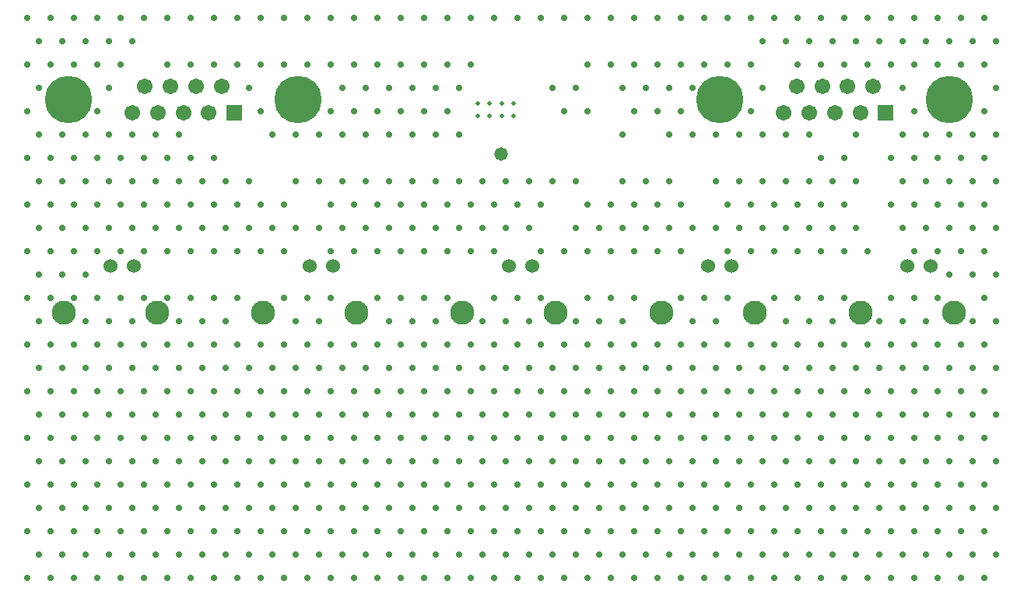
<source format=gbr>
G04*
G04 #@! TF.GenerationSoftware,Altium Limited,Altium Designer,22.11.1 (43)*
G04*
G04 Layer_Color=16711935*
%FSLAX25Y25*%
%MOIN*%
G70*
G04*
G04 #@! TF.SameCoordinates,CBAEC89D-BC59-4BCD-ABD7-6F5F8566886D*
G04*
G04*
G04 #@! TF.FilePolarity,Negative*
G04*
G01*
G75*
%ADD20C,0.06706*%
%ADD21R,0.06706X0.06706*%
%ADD22C,0.20288*%
%ADD23C,0.06000*%
%ADD24C,0.10300*%
%ADD25C,0.01981*%
%ADD26C,0.02769*%
%ADD27C,0.05800*%
D20*
X472165Y320500D02*
D03*
X461260D02*
D03*
X450354D02*
D03*
X439448D02*
D03*
X433996Y309319D02*
D03*
X444901D02*
D03*
X455807D02*
D03*
X466712D02*
D03*
X193052Y320500D02*
D03*
X182146D02*
D03*
X171241D02*
D03*
X160335D02*
D03*
X154882Y309319D02*
D03*
X165788D02*
D03*
X176693D02*
D03*
X187599D02*
D03*
D21*
X477618D02*
D03*
X198504D02*
D03*
D22*
X505000Y314910D02*
D03*
X406614D02*
D03*
X225886D02*
D03*
X127500D02*
D03*
D23*
X145500Y243500D02*
D03*
X155500D02*
D03*
X230875D02*
D03*
X240875D02*
D03*
X316250D02*
D03*
X326250D02*
D03*
X401625D02*
D03*
X411625D02*
D03*
X487000D02*
D03*
X497000D02*
D03*
D24*
X165500Y223500D02*
D03*
X125500D02*
D03*
X250875D02*
D03*
X210875D02*
D03*
X336250D02*
D03*
X296250D02*
D03*
X421625D02*
D03*
X381625D02*
D03*
X507000D02*
D03*
X467000D02*
D03*
D25*
X302823Y307941D02*
D03*
Y313059D02*
D03*
X307941Y307941D02*
D03*
Y313059D02*
D03*
X313059Y307941D02*
D03*
Y313059D02*
D03*
X318177Y307941D02*
D03*
Y313059D02*
D03*
D26*
X520000Y350000D02*
D03*
X525000Y340000D02*
D03*
X520000Y330000D02*
D03*
X525000Y320000D02*
D03*
X520000Y310000D02*
D03*
X525000Y300000D02*
D03*
X520000Y290000D02*
D03*
X525000Y280000D02*
D03*
X520000Y270000D02*
D03*
X525000Y260000D02*
D03*
X520000Y250000D02*
D03*
X525000Y240000D02*
D03*
X520000Y230000D02*
D03*
X525000Y220000D02*
D03*
X520000Y210000D02*
D03*
X525000Y200000D02*
D03*
X520000Y190000D02*
D03*
X525000Y180000D02*
D03*
X520000Y170000D02*
D03*
X525000Y160000D02*
D03*
X520000Y150000D02*
D03*
X525000Y140000D02*
D03*
X520000Y130000D02*
D03*
X525000Y120000D02*
D03*
X520000Y110000D02*
D03*
X510000Y350000D02*
D03*
X515000Y340000D02*
D03*
X510000Y330000D02*
D03*
X515000Y300000D02*
D03*
X510000Y290000D02*
D03*
X515000Y280000D02*
D03*
X510000Y270000D02*
D03*
X515000Y260000D02*
D03*
X510000Y250000D02*
D03*
X515000Y240000D02*
D03*
Y220000D02*
D03*
X510000Y210000D02*
D03*
X515000Y200000D02*
D03*
X510000Y190000D02*
D03*
X515000Y180000D02*
D03*
X510000Y170000D02*
D03*
X515000Y160000D02*
D03*
X510000Y150000D02*
D03*
X515000Y140000D02*
D03*
X510000Y130000D02*
D03*
X515000Y120000D02*
D03*
X510000Y110000D02*
D03*
X500000Y350000D02*
D03*
X505000Y340000D02*
D03*
X500000Y330000D02*
D03*
X505000Y300000D02*
D03*
X500000Y290000D02*
D03*
X505000Y280000D02*
D03*
X500000Y270000D02*
D03*
X505000Y260000D02*
D03*
X500000Y250000D02*
D03*
X505000Y240000D02*
D03*
X500000Y230000D02*
D03*
Y210000D02*
D03*
X505000Y200000D02*
D03*
X500000Y190000D02*
D03*
X505000Y180000D02*
D03*
X500000Y170000D02*
D03*
X505000Y160000D02*
D03*
X500000Y150000D02*
D03*
X505000Y140000D02*
D03*
X500000Y130000D02*
D03*
X505000Y120000D02*
D03*
X500000Y110000D02*
D03*
X490000Y350000D02*
D03*
X495000Y340000D02*
D03*
X490000Y330000D02*
D03*
Y310000D02*
D03*
X495000Y300000D02*
D03*
X490000Y290000D02*
D03*
X495000Y280000D02*
D03*
X490000Y270000D02*
D03*
X495000Y260000D02*
D03*
X490000Y250000D02*
D03*
Y230000D02*
D03*
X495000Y220000D02*
D03*
X490000Y210000D02*
D03*
X495000Y200000D02*
D03*
X490000Y190000D02*
D03*
X495000Y180000D02*
D03*
X490000Y170000D02*
D03*
X495000Y160000D02*
D03*
X490000Y150000D02*
D03*
X495000Y140000D02*
D03*
X490000Y130000D02*
D03*
X495000Y120000D02*
D03*
X490000Y110000D02*
D03*
X480000Y350000D02*
D03*
X485000Y340000D02*
D03*
X480000Y330000D02*
D03*
X485000Y320000D02*
D03*
Y300000D02*
D03*
X480000Y290000D02*
D03*
X485000Y280000D02*
D03*
X480000Y270000D02*
D03*
X485000Y260000D02*
D03*
X480000Y230000D02*
D03*
X485000Y220000D02*
D03*
X480000Y210000D02*
D03*
X485000Y200000D02*
D03*
X480000Y190000D02*
D03*
X485000Y180000D02*
D03*
X480000Y170000D02*
D03*
X485000Y160000D02*
D03*
X480000Y150000D02*
D03*
X485000Y140000D02*
D03*
X480000Y130000D02*
D03*
X485000Y120000D02*
D03*
X480000Y110000D02*
D03*
X470000Y350000D02*
D03*
X475000Y340000D02*
D03*
X470000Y330000D02*
D03*
Y250000D02*
D03*
X475000Y220000D02*
D03*
X470000Y210000D02*
D03*
X475000Y200000D02*
D03*
X470000Y190000D02*
D03*
X475000Y180000D02*
D03*
X470000Y170000D02*
D03*
X475000Y160000D02*
D03*
X470000Y150000D02*
D03*
X475000Y140000D02*
D03*
X470000Y130000D02*
D03*
X475000Y120000D02*
D03*
X470000Y110000D02*
D03*
X460000Y350000D02*
D03*
X465000Y340000D02*
D03*
X460000Y330000D02*
D03*
X465000Y300000D02*
D03*
X460000Y290000D02*
D03*
X465000Y280000D02*
D03*
X460000Y270000D02*
D03*
X465000Y260000D02*
D03*
X460000Y250000D02*
D03*
Y230000D02*
D03*
Y210000D02*
D03*
X465000Y200000D02*
D03*
X460000Y190000D02*
D03*
X465000Y180000D02*
D03*
X460000Y170000D02*
D03*
X465000Y160000D02*
D03*
X460000Y150000D02*
D03*
X465000Y140000D02*
D03*
X460000Y130000D02*
D03*
X465000Y120000D02*
D03*
X460000Y110000D02*
D03*
X450000Y350000D02*
D03*
X455000Y340000D02*
D03*
X450000Y330000D02*
D03*
Y290000D02*
D03*
X455000Y280000D02*
D03*
X450000Y270000D02*
D03*
X455000Y260000D02*
D03*
X450000Y250000D02*
D03*
Y230000D02*
D03*
X455000Y220000D02*
D03*
X450000Y210000D02*
D03*
X455000Y200000D02*
D03*
X450000Y190000D02*
D03*
X455000Y180000D02*
D03*
X450000Y170000D02*
D03*
X455000Y160000D02*
D03*
X450000Y150000D02*
D03*
X455000Y140000D02*
D03*
X450000Y130000D02*
D03*
X455000Y120000D02*
D03*
X450000Y110000D02*
D03*
X440000Y350000D02*
D03*
X445000Y340000D02*
D03*
X440000Y330000D02*
D03*
X445000Y300000D02*
D03*
Y280000D02*
D03*
X440000Y270000D02*
D03*
X445000Y260000D02*
D03*
X440000Y250000D02*
D03*
Y230000D02*
D03*
X445000Y220000D02*
D03*
X440000Y210000D02*
D03*
X445000Y200000D02*
D03*
X440000Y190000D02*
D03*
X445000Y180000D02*
D03*
X440000Y170000D02*
D03*
X445000Y160000D02*
D03*
X440000Y150000D02*
D03*
X445000Y140000D02*
D03*
X440000Y130000D02*
D03*
X445000Y120000D02*
D03*
X440000Y110000D02*
D03*
X430000Y350000D02*
D03*
X435000Y340000D02*
D03*
Y300000D02*
D03*
Y280000D02*
D03*
X430000Y270000D02*
D03*
X435000Y260000D02*
D03*
X430000Y250000D02*
D03*
Y230000D02*
D03*
X435000Y220000D02*
D03*
X430000Y210000D02*
D03*
X435000Y200000D02*
D03*
X430000Y190000D02*
D03*
X435000Y180000D02*
D03*
X430000Y170000D02*
D03*
X435000Y160000D02*
D03*
X430000Y150000D02*
D03*
X435000Y140000D02*
D03*
X430000Y130000D02*
D03*
X435000Y120000D02*
D03*
X430000Y110000D02*
D03*
X420000Y350000D02*
D03*
X425000Y340000D02*
D03*
X420000Y330000D02*
D03*
X425000Y320000D02*
D03*
X420000Y310000D02*
D03*
X425000Y300000D02*
D03*
Y280000D02*
D03*
X420000Y270000D02*
D03*
X425000Y260000D02*
D03*
X420000Y250000D02*
D03*
Y210000D02*
D03*
X425000Y200000D02*
D03*
X420000Y190000D02*
D03*
X425000Y180000D02*
D03*
X420000Y170000D02*
D03*
X425000Y160000D02*
D03*
X420000Y150000D02*
D03*
X425000Y140000D02*
D03*
X420000Y130000D02*
D03*
X425000Y120000D02*
D03*
X420000Y110000D02*
D03*
X410000Y350000D02*
D03*
Y330000D02*
D03*
X415000Y300000D02*
D03*
Y280000D02*
D03*
X410000Y270000D02*
D03*
X415000Y260000D02*
D03*
X410000Y250000D02*
D03*
Y230000D02*
D03*
Y210000D02*
D03*
X415000Y200000D02*
D03*
X410000Y190000D02*
D03*
X415000Y180000D02*
D03*
X410000Y170000D02*
D03*
X415000Y160000D02*
D03*
X410000Y150000D02*
D03*
X415000Y140000D02*
D03*
X410000Y130000D02*
D03*
X415000Y120000D02*
D03*
X410000Y110000D02*
D03*
X400000Y350000D02*
D03*
Y330000D02*
D03*
X405000Y300000D02*
D03*
Y280000D02*
D03*
Y260000D02*
D03*
X400000Y230000D02*
D03*
X405000Y220000D02*
D03*
X400000Y210000D02*
D03*
X405000Y200000D02*
D03*
X400000Y190000D02*
D03*
X405000Y180000D02*
D03*
X400000Y170000D02*
D03*
X405000Y160000D02*
D03*
X400000Y150000D02*
D03*
X405000Y140000D02*
D03*
X400000Y130000D02*
D03*
X405000Y120000D02*
D03*
X400000Y110000D02*
D03*
X390000Y350000D02*
D03*
Y330000D02*
D03*
X395000Y320000D02*
D03*
X390000Y310000D02*
D03*
X395000Y300000D02*
D03*
X390000Y270000D02*
D03*
X395000Y260000D02*
D03*
X390000Y250000D02*
D03*
Y230000D02*
D03*
X395000Y220000D02*
D03*
X390000Y210000D02*
D03*
X395000Y200000D02*
D03*
X390000Y190000D02*
D03*
X395000Y180000D02*
D03*
X390000Y170000D02*
D03*
X395000Y160000D02*
D03*
X390000Y150000D02*
D03*
X395000Y140000D02*
D03*
X390000Y130000D02*
D03*
X395000Y120000D02*
D03*
X390000Y110000D02*
D03*
X380000Y350000D02*
D03*
Y330000D02*
D03*
X385000Y320000D02*
D03*
X380000Y310000D02*
D03*
X385000Y300000D02*
D03*
Y280000D02*
D03*
X380000Y270000D02*
D03*
X385000Y260000D02*
D03*
X380000Y250000D02*
D03*
Y210000D02*
D03*
X385000Y200000D02*
D03*
X380000Y190000D02*
D03*
X385000Y180000D02*
D03*
X380000Y170000D02*
D03*
X385000Y160000D02*
D03*
X380000Y150000D02*
D03*
X385000Y140000D02*
D03*
X380000Y130000D02*
D03*
X385000Y120000D02*
D03*
X380000Y110000D02*
D03*
X370000Y350000D02*
D03*
Y330000D02*
D03*
X375000Y320000D02*
D03*
X370000Y310000D02*
D03*
X375000Y280000D02*
D03*
X370000Y270000D02*
D03*
X375000Y260000D02*
D03*
X370000Y250000D02*
D03*
Y230000D02*
D03*
Y210000D02*
D03*
X375000Y200000D02*
D03*
X370000Y190000D02*
D03*
X375000Y180000D02*
D03*
X370000Y170000D02*
D03*
X375000Y160000D02*
D03*
X370000Y150000D02*
D03*
X375000Y140000D02*
D03*
X370000Y130000D02*
D03*
X375000Y120000D02*
D03*
X370000Y110000D02*
D03*
X360000Y350000D02*
D03*
Y330000D02*
D03*
X365000Y320000D02*
D03*
Y300000D02*
D03*
Y280000D02*
D03*
X360000Y270000D02*
D03*
X365000Y260000D02*
D03*
X360000Y250000D02*
D03*
Y230000D02*
D03*
X365000Y220000D02*
D03*
X360000Y210000D02*
D03*
X365000Y200000D02*
D03*
X360000Y190000D02*
D03*
X365000Y180000D02*
D03*
X360000Y170000D02*
D03*
X365000Y160000D02*
D03*
X360000Y150000D02*
D03*
X365000Y140000D02*
D03*
X360000Y130000D02*
D03*
X365000Y120000D02*
D03*
X360000Y110000D02*
D03*
X350000Y350000D02*
D03*
Y330000D02*
D03*
Y310000D02*
D03*
Y270000D02*
D03*
X355000Y260000D02*
D03*
X350000Y250000D02*
D03*
Y230000D02*
D03*
X355000Y220000D02*
D03*
X350000Y210000D02*
D03*
X355000Y200000D02*
D03*
X350000Y190000D02*
D03*
X355000Y180000D02*
D03*
X350000Y170000D02*
D03*
X355000Y160000D02*
D03*
X350000Y150000D02*
D03*
X355000Y140000D02*
D03*
X350000Y130000D02*
D03*
X355000Y120000D02*
D03*
X350000Y110000D02*
D03*
X340000Y350000D02*
D03*
X345000Y320000D02*
D03*
X340000Y310000D02*
D03*
X345000Y280000D02*
D03*
Y260000D02*
D03*
X340000Y250000D02*
D03*
X345000Y220000D02*
D03*
X340000Y210000D02*
D03*
X345000Y200000D02*
D03*
X340000Y190000D02*
D03*
X345000Y180000D02*
D03*
X340000Y170000D02*
D03*
X345000Y160000D02*
D03*
X340000Y150000D02*
D03*
X345000Y140000D02*
D03*
X340000Y130000D02*
D03*
X345000Y120000D02*
D03*
X340000Y110000D02*
D03*
X330000Y350000D02*
D03*
X335000Y320000D02*
D03*
Y280000D02*
D03*
X330000Y270000D02*
D03*
Y250000D02*
D03*
Y230000D02*
D03*
Y210000D02*
D03*
X335000Y200000D02*
D03*
X330000Y190000D02*
D03*
X335000Y180000D02*
D03*
X330000Y170000D02*
D03*
X335000Y160000D02*
D03*
X330000Y150000D02*
D03*
X335000Y140000D02*
D03*
X330000Y130000D02*
D03*
X335000Y120000D02*
D03*
X330000Y110000D02*
D03*
X320000Y350000D02*
D03*
X325000Y280000D02*
D03*
X320000Y270000D02*
D03*
X325000Y260000D02*
D03*
X320000Y230000D02*
D03*
X325000Y220000D02*
D03*
X320000Y210000D02*
D03*
X325000Y200000D02*
D03*
X320000Y190000D02*
D03*
X325000Y180000D02*
D03*
X320000Y170000D02*
D03*
X325000Y160000D02*
D03*
X320000Y150000D02*
D03*
X325000Y140000D02*
D03*
X320000Y130000D02*
D03*
X325000Y120000D02*
D03*
X320000Y110000D02*
D03*
X310000Y350000D02*
D03*
X315000Y280000D02*
D03*
X310000Y270000D02*
D03*
X315000Y260000D02*
D03*
X310000Y250000D02*
D03*
Y230000D02*
D03*
X315000Y220000D02*
D03*
X310000Y210000D02*
D03*
X315000Y200000D02*
D03*
X310000Y190000D02*
D03*
X315000Y180000D02*
D03*
X310000Y170000D02*
D03*
X315000Y160000D02*
D03*
X310000Y150000D02*
D03*
X315000Y140000D02*
D03*
X310000Y130000D02*
D03*
X315000Y120000D02*
D03*
X310000Y110000D02*
D03*
X300000Y350000D02*
D03*
Y330000D02*
D03*
X305000Y280000D02*
D03*
X300000Y270000D02*
D03*
X305000Y260000D02*
D03*
X300000Y250000D02*
D03*
X305000Y220000D02*
D03*
X300000Y210000D02*
D03*
X305000Y200000D02*
D03*
X300000Y190000D02*
D03*
X305000Y180000D02*
D03*
X300000Y170000D02*
D03*
X305000Y160000D02*
D03*
X300000Y150000D02*
D03*
X305000Y140000D02*
D03*
X300000Y130000D02*
D03*
X305000Y120000D02*
D03*
X300000Y110000D02*
D03*
X290000Y350000D02*
D03*
Y330000D02*
D03*
X295000Y320000D02*
D03*
X290000Y310000D02*
D03*
X295000Y300000D02*
D03*
Y280000D02*
D03*
X290000Y270000D02*
D03*
X295000Y260000D02*
D03*
X290000Y250000D02*
D03*
Y230000D02*
D03*
Y210000D02*
D03*
X295000Y200000D02*
D03*
X290000Y190000D02*
D03*
X295000Y180000D02*
D03*
X290000Y170000D02*
D03*
X295000Y160000D02*
D03*
X290000Y150000D02*
D03*
X295000Y140000D02*
D03*
X290000Y130000D02*
D03*
X295000Y120000D02*
D03*
X290000Y110000D02*
D03*
X280000Y350000D02*
D03*
Y330000D02*
D03*
X285000Y320000D02*
D03*
X280000Y310000D02*
D03*
X285000Y300000D02*
D03*
Y280000D02*
D03*
X280000Y270000D02*
D03*
X285000Y260000D02*
D03*
X280000Y250000D02*
D03*
Y230000D02*
D03*
X285000Y220000D02*
D03*
X280000Y210000D02*
D03*
X285000Y200000D02*
D03*
X280000Y190000D02*
D03*
X285000Y180000D02*
D03*
X280000Y170000D02*
D03*
X285000Y160000D02*
D03*
X280000Y150000D02*
D03*
X285000Y140000D02*
D03*
X280000Y130000D02*
D03*
X285000Y120000D02*
D03*
X280000Y110000D02*
D03*
X270000Y350000D02*
D03*
Y330000D02*
D03*
X275000Y320000D02*
D03*
X270000Y310000D02*
D03*
X275000Y300000D02*
D03*
Y280000D02*
D03*
X270000Y270000D02*
D03*
X275000Y260000D02*
D03*
X270000Y250000D02*
D03*
Y230000D02*
D03*
X275000Y220000D02*
D03*
X270000Y210000D02*
D03*
X275000Y200000D02*
D03*
X270000Y190000D02*
D03*
X275000Y180000D02*
D03*
X270000Y170000D02*
D03*
X275000Y160000D02*
D03*
X270000Y150000D02*
D03*
X275000Y140000D02*
D03*
X270000Y130000D02*
D03*
X275000Y120000D02*
D03*
X270000Y110000D02*
D03*
X260000Y350000D02*
D03*
Y330000D02*
D03*
X265000Y320000D02*
D03*
X260000Y310000D02*
D03*
X265000Y300000D02*
D03*
Y280000D02*
D03*
X260000Y270000D02*
D03*
X265000Y260000D02*
D03*
X260000Y250000D02*
D03*
Y230000D02*
D03*
X265000Y220000D02*
D03*
X260000Y210000D02*
D03*
X265000Y200000D02*
D03*
X260000Y190000D02*
D03*
X265000Y180000D02*
D03*
X260000Y170000D02*
D03*
X265000Y160000D02*
D03*
X260000Y150000D02*
D03*
X265000Y140000D02*
D03*
X260000Y130000D02*
D03*
X265000Y120000D02*
D03*
X260000Y110000D02*
D03*
X250000Y350000D02*
D03*
Y330000D02*
D03*
X255000Y320000D02*
D03*
X250000Y310000D02*
D03*
X255000Y300000D02*
D03*
Y280000D02*
D03*
X250000Y270000D02*
D03*
X255000Y260000D02*
D03*
X250000Y250000D02*
D03*
Y210000D02*
D03*
X255000Y200000D02*
D03*
X250000Y190000D02*
D03*
X255000Y180000D02*
D03*
X250000Y170000D02*
D03*
X255000Y160000D02*
D03*
X250000Y150000D02*
D03*
X255000Y140000D02*
D03*
X250000Y130000D02*
D03*
X255000Y120000D02*
D03*
X250000Y110000D02*
D03*
X240000Y350000D02*
D03*
Y330000D02*
D03*
X245000Y320000D02*
D03*
X240000Y310000D02*
D03*
X245000Y300000D02*
D03*
Y280000D02*
D03*
X240000Y270000D02*
D03*
X245000Y260000D02*
D03*
X240000Y250000D02*
D03*
Y230000D02*
D03*
Y210000D02*
D03*
X245000Y200000D02*
D03*
X240000Y190000D02*
D03*
X245000Y180000D02*
D03*
X240000Y170000D02*
D03*
X245000Y160000D02*
D03*
X240000Y150000D02*
D03*
X245000Y140000D02*
D03*
X240000Y130000D02*
D03*
X245000Y120000D02*
D03*
X240000Y110000D02*
D03*
X230000Y350000D02*
D03*
Y330000D02*
D03*
X235000Y300000D02*
D03*
Y280000D02*
D03*
Y260000D02*
D03*
X230000Y230000D02*
D03*
X235000Y220000D02*
D03*
X230000Y210000D02*
D03*
X235000Y200000D02*
D03*
X230000Y190000D02*
D03*
X235000Y180000D02*
D03*
X230000Y170000D02*
D03*
X235000Y160000D02*
D03*
X230000Y150000D02*
D03*
X235000Y140000D02*
D03*
X230000Y130000D02*
D03*
X235000Y120000D02*
D03*
X230000Y110000D02*
D03*
X220000Y350000D02*
D03*
Y330000D02*
D03*
X225000Y300000D02*
D03*
Y280000D02*
D03*
X220000Y270000D02*
D03*
X225000Y260000D02*
D03*
X220000Y250000D02*
D03*
Y230000D02*
D03*
X225000Y220000D02*
D03*
X220000Y210000D02*
D03*
X225000Y200000D02*
D03*
X220000Y190000D02*
D03*
X225000Y180000D02*
D03*
X220000Y170000D02*
D03*
X225000Y160000D02*
D03*
X220000Y150000D02*
D03*
X225000Y140000D02*
D03*
X220000Y130000D02*
D03*
X225000Y120000D02*
D03*
X220000Y110000D02*
D03*
X210000Y350000D02*
D03*
Y330000D02*
D03*
Y310000D02*
D03*
X215000Y300000D02*
D03*
X210000Y270000D02*
D03*
X215000Y260000D02*
D03*
X210000Y250000D02*
D03*
Y210000D02*
D03*
X215000Y200000D02*
D03*
X210000Y190000D02*
D03*
X215000Y180000D02*
D03*
X210000Y170000D02*
D03*
X215000Y160000D02*
D03*
X210000Y150000D02*
D03*
X215000Y140000D02*
D03*
X210000Y130000D02*
D03*
X215000Y120000D02*
D03*
X210000Y110000D02*
D03*
X200000Y350000D02*
D03*
Y330000D02*
D03*
X205000Y320000D02*
D03*
Y280000D02*
D03*
X200000Y270000D02*
D03*
X205000Y260000D02*
D03*
X200000Y250000D02*
D03*
Y230000D02*
D03*
Y210000D02*
D03*
X205000Y200000D02*
D03*
X200000Y190000D02*
D03*
X205000Y180000D02*
D03*
X200000Y170000D02*
D03*
X205000Y160000D02*
D03*
X200000Y150000D02*
D03*
X205000Y140000D02*
D03*
X200000Y130000D02*
D03*
X205000Y120000D02*
D03*
X200000Y110000D02*
D03*
X190000Y350000D02*
D03*
Y330000D02*
D03*
Y290000D02*
D03*
X195000Y280000D02*
D03*
X190000Y270000D02*
D03*
X195000Y260000D02*
D03*
X190000Y250000D02*
D03*
Y230000D02*
D03*
X195000Y220000D02*
D03*
X190000Y210000D02*
D03*
X195000Y200000D02*
D03*
X190000Y190000D02*
D03*
X195000Y180000D02*
D03*
X190000Y170000D02*
D03*
X195000Y160000D02*
D03*
X190000Y150000D02*
D03*
X195000Y140000D02*
D03*
X190000Y130000D02*
D03*
X195000Y120000D02*
D03*
X190000Y110000D02*
D03*
X180000Y350000D02*
D03*
Y330000D02*
D03*
Y290000D02*
D03*
X185000Y280000D02*
D03*
X180000Y270000D02*
D03*
X185000Y260000D02*
D03*
X180000Y250000D02*
D03*
Y230000D02*
D03*
X185000Y220000D02*
D03*
X180000Y210000D02*
D03*
X185000Y200000D02*
D03*
X180000Y190000D02*
D03*
X185000Y180000D02*
D03*
X180000Y170000D02*
D03*
X185000Y160000D02*
D03*
X180000Y150000D02*
D03*
X185000Y140000D02*
D03*
X180000Y130000D02*
D03*
X185000Y120000D02*
D03*
X180000Y110000D02*
D03*
X170000Y350000D02*
D03*
Y330000D02*
D03*
X175000Y300000D02*
D03*
X170000Y290000D02*
D03*
X175000Y280000D02*
D03*
X170000Y270000D02*
D03*
X175000Y260000D02*
D03*
X170000Y250000D02*
D03*
Y230000D02*
D03*
X175000Y220000D02*
D03*
X170000Y210000D02*
D03*
X175000Y200000D02*
D03*
X170000Y190000D02*
D03*
X175000Y180000D02*
D03*
X170000Y170000D02*
D03*
X175000Y160000D02*
D03*
X170000Y150000D02*
D03*
X175000Y140000D02*
D03*
X170000Y130000D02*
D03*
X175000Y120000D02*
D03*
X170000Y110000D02*
D03*
X160000Y350000D02*
D03*
X165000Y300000D02*
D03*
X160000Y290000D02*
D03*
X165000Y280000D02*
D03*
X160000Y270000D02*
D03*
X165000Y260000D02*
D03*
X160000Y250000D02*
D03*
Y230000D02*
D03*
Y210000D02*
D03*
X165000Y200000D02*
D03*
X160000Y190000D02*
D03*
X165000Y180000D02*
D03*
X160000Y170000D02*
D03*
X165000Y160000D02*
D03*
X160000Y150000D02*
D03*
X165000Y140000D02*
D03*
X160000Y130000D02*
D03*
X165000Y120000D02*
D03*
X160000Y110000D02*
D03*
X150000Y350000D02*
D03*
X155000Y340000D02*
D03*
X150000Y330000D02*
D03*
X155000Y300000D02*
D03*
X150000Y290000D02*
D03*
X155000Y280000D02*
D03*
X150000Y270000D02*
D03*
X155000Y260000D02*
D03*
X150000Y250000D02*
D03*
Y230000D02*
D03*
X155000Y220000D02*
D03*
X150000Y210000D02*
D03*
X155000Y200000D02*
D03*
X150000Y190000D02*
D03*
X155000Y180000D02*
D03*
X150000Y170000D02*
D03*
X155000Y160000D02*
D03*
X150000Y150000D02*
D03*
X155000Y140000D02*
D03*
X150000Y130000D02*
D03*
X155000Y120000D02*
D03*
X150000Y110000D02*
D03*
X140000Y350000D02*
D03*
X145000Y340000D02*
D03*
X140000Y330000D02*
D03*
X145000Y320000D02*
D03*
X140000Y310000D02*
D03*
X145000Y300000D02*
D03*
X140000Y290000D02*
D03*
X145000Y280000D02*
D03*
X140000Y270000D02*
D03*
X145000Y260000D02*
D03*
X140000Y250000D02*
D03*
Y230000D02*
D03*
X145000Y220000D02*
D03*
X140000Y210000D02*
D03*
X145000Y200000D02*
D03*
X140000Y190000D02*
D03*
X145000Y180000D02*
D03*
X140000Y170000D02*
D03*
X145000Y160000D02*
D03*
X140000Y150000D02*
D03*
X145000Y140000D02*
D03*
X140000Y130000D02*
D03*
X145000Y120000D02*
D03*
X140000Y110000D02*
D03*
X130000Y350000D02*
D03*
X135000Y340000D02*
D03*
X130000Y330000D02*
D03*
X135000Y300000D02*
D03*
X130000Y290000D02*
D03*
X135000Y280000D02*
D03*
X130000Y270000D02*
D03*
X135000Y260000D02*
D03*
X130000Y250000D02*
D03*
X135000Y240000D02*
D03*
X130000Y230000D02*
D03*
X135000Y220000D02*
D03*
X130000Y210000D02*
D03*
X135000Y200000D02*
D03*
X130000Y190000D02*
D03*
X135000Y180000D02*
D03*
X130000Y170000D02*
D03*
X135000Y160000D02*
D03*
X130000Y150000D02*
D03*
X135000Y140000D02*
D03*
X130000Y130000D02*
D03*
X135000Y120000D02*
D03*
X130000Y110000D02*
D03*
X120000Y350000D02*
D03*
X125000Y340000D02*
D03*
X120000Y330000D02*
D03*
X125000Y300000D02*
D03*
X120000Y290000D02*
D03*
X125000Y280000D02*
D03*
X120000Y270000D02*
D03*
X125000Y260000D02*
D03*
X120000Y250000D02*
D03*
X125000Y240000D02*
D03*
X120000Y230000D02*
D03*
Y210000D02*
D03*
X125000Y200000D02*
D03*
X120000Y190000D02*
D03*
X125000Y180000D02*
D03*
X120000Y170000D02*
D03*
X125000Y160000D02*
D03*
X120000Y150000D02*
D03*
X125000Y140000D02*
D03*
X120000Y130000D02*
D03*
X125000Y120000D02*
D03*
X120000Y110000D02*
D03*
X110000Y350000D02*
D03*
X115000Y340000D02*
D03*
X110000Y330000D02*
D03*
X115000Y320000D02*
D03*
X110000Y310000D02*
D03*
X115000Y300000D02*
D03*
X110000Y290000D02*
D03*
X115000Y280000D02*
D03*
X110000Y270000D02*
D03*
X115000Y260000D02*
D03*
X110000Y250000D02*
D03*
X115000Y240000D02*
D03*
X110000Y230000D02*
D03*
X115000Y220000D02*
D03*
X110000Y210000D02*
D03*
X115000Y200000D02*
D03*
X110000Y190000D02*
D03*
X115000Y180000D02*
D03*
X110000Y170000D02*
D03*
X115000Y160000D02*
D03*
X110000Y150000D02*
D03*
X115000Y140000D02*
D03*
X110000Y130000D02*
D03*
X115000Y120000D02*
D03*
X110000Y110000D02*
D03*
D27*
X313000Y291500D02*
D03*
M02*

</source>
